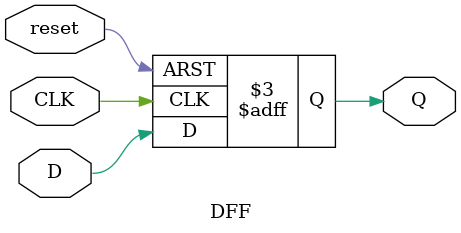
<source format=v>
module DFF (D, CLK, reset, Q);  
    output Q;  
    input D, CLK, reset;  

    reg Q;  
    always @(posedge CLK or negedge reset)  
        if (~reset)  
            Q <= 1'b0;  
        else Q <= D;  
endmodule
</source>
